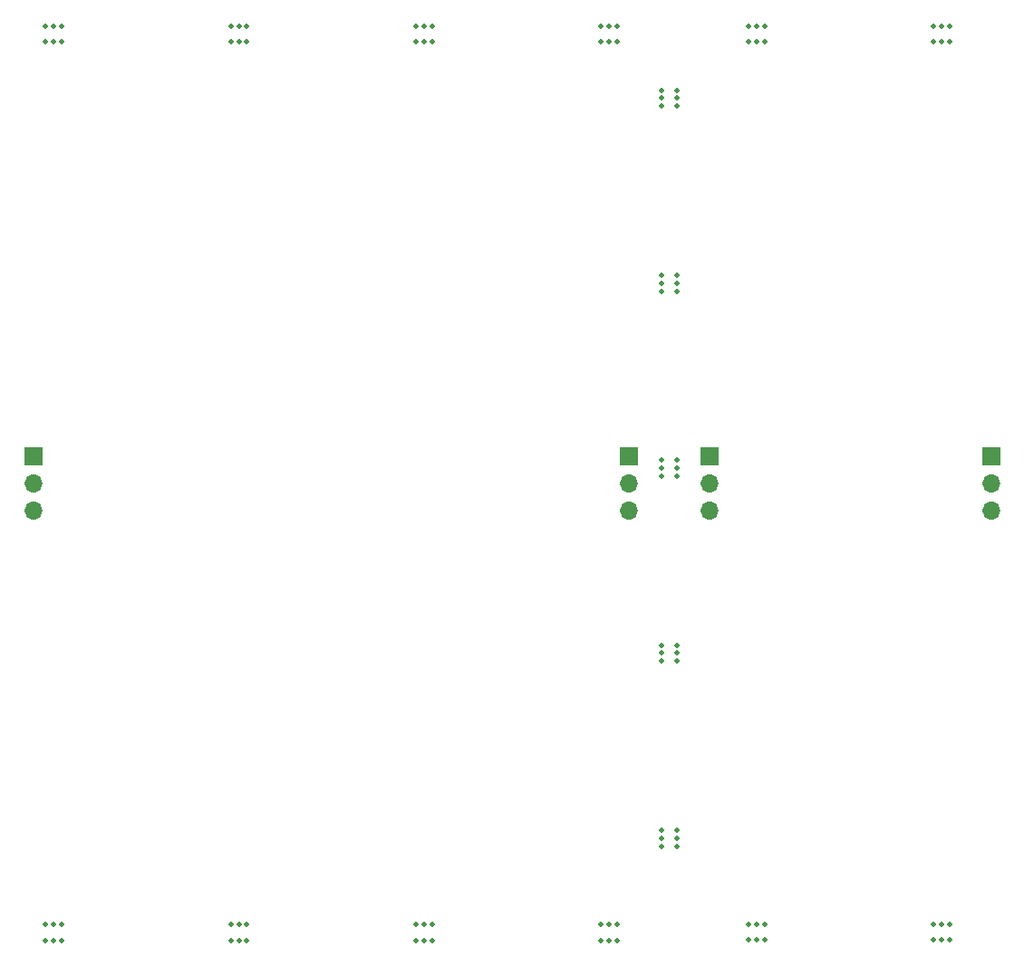
<source format=gbs>
%TF.GenerationSoftware,KiCad,Pcbnew,8.0.5*%
%TF.CreationDate,2025-06-19T13:46:46-07:00*%
%TF.ProjectId,clock,636c6f63-6b2e-46b6-9963-61645f706362,rev?*%
%TF.SameCoordinates,Original*%
%TF.FileFunction,Soldermask,Bot*%
%TF.FilePolarity,Negative*%
%FSLAX46Y46*%
G04 Gerber Fmt 4.6, Leading zero omitted, Abs format (unit mm)*
G04 Created by KiCad (PCBNEW 8.0.5) date 2025-06-19 13:46:46*
%MOMM*%
%LPD*%
G01*
G04 APERTURE LIST*
%ADD10C,0.500000*%
%ADD11R,1.700000X1.700000*%
%ADD12O,1.700000X1.700000*%
G04 APERTURE END LIST*
D10*
%TO.C,mouse-bite-2mm-slot14*%
X221050000Y-193950000D03*
X222550000Y-193950000D03*
X221050000Y-193200000D03*
X222550000Y-193200000D03*
X221050000Y-192450000D03*
X222550000Y-192450000D03*
%TD*%
%TO.C,mouse-bite-2mm-slot9*%
X229200000Y-201240000D03*
X229200000Y-202740000D03*
X229950000Y-201240000D03*
X229950000Y-202740000D03*
X230700000Y-201240000D03*
X230700000Y-202740000D03*
%TD*%
%TO.C,mouse-bite-2mm-slot13*%
X221050000Y-176650000D03*
X222550000Y-176650000D03*
X221050000Y-175900000D03*
X222550000Y-175900000D03*
X221050000Y-175150000D03*
X222550000Y-175150000D03*
%TD*%
%TO.C,mouse-bite-2mm-slot1*%
X180840000Y-117240000D03*
X180840000Y-118740000D03*
X181590000Y-117240000D03*
X181590000Y-118740000D03*
X182340000Y-117240000D03*
X182340000Y-118740000D03*
%TD*%
%TO.C,mouse-bite-2mm-slot3*%
X229200000Y-117250000D03*
X229200000Y-118750000D03*
X229950000Y-117250000D03*
X229950000Y-118750000D03*
X230700000Y-117250000D03*
X230700000Y-118750000D03*
%TD*%
%TO.C,mouse-bite-2mm-slot12*%
X221050000Y-159350000D03*
X222550000Y-159350000D03*
X221050000Y-158600000D03*
X222550000Y-158600000D03*
X221050000Y-157850000D03*
X222550000Y-157850000D03*
%TD*%
%TO.C,mouse-bite-2mm-slot6*%
X198140000Y-201250000D03*
X198140000Y-202750000D03*
X198890000Y-201250000D03*
X198890000Y-202750000D03*
X199640000Y-201250000D03*
X199640000Y-202750000D03*
%TD*%
D11*
%TO.C,J7*%
X251870000Y-157460000D03*
D12*
X251870000Y-160000000D03*
X251870000Y-162540000D03*
%TD*%
D11*
%TO.C,J5*%
X218000000Y-157460000D03*
D12*
X218000000Y-160000000D03*
X218000000Y-162540000D03*
%TD*%
D10*
%TO.C,mouse-bite-2mm-slot8*%
X246500000Y-117250000D03*
X246500000Y-118750000D03*
X247250000Y-117250000D03*
X247250000Y-118750000D03*
X248000000Y-117250000D03*
X248000000Y-118750000D03*
%TD*%
%TO.C,mouse-bite-2mm-slot4*%
X163540000Y-201255000D03*
X163540000Y-202755000D03*
X164290000Y-201255000D03*
X164290000Y-202755000D03*
X165040000Y-201255000D03*
X165040000Y-202755000D03*
%TD*%
%TO.C,mouse-bite-2mm-slot11*%
X221050000Y-142050000D03*
X222550000Y-142050000D03*
X221050000Y-141300000D03*
X222550000Y-141300000D03*
X221050000Y-140550000D03*
X222550000Y-140550000D03*
%TD*%
%TO.C,mouse-bite-2mm-slot10*%
X246500000Y-201240000D03*
X246500000Y-202740000D03*
X247250000Y-201240000D03*
X247250000Y-202740000D03*
X248000000Y-201240000D03*
X248000000Y-202740000D03*
%TD*%
%TO.C,mouse-bite-2mm-slot5*%
X180840000Y-201255000D03*
X180840000Y-202755000D03*
X181590000Y-201255000D03*
X181590000Y-202755000D03*
X182340000Y-201255000D03*
X182340000Y-202755000D03*
%TD*%
%TO.C,mouse-bite-2mm-slot3*%
X215440000Y-117240000D03*
X215440000Y-118740000D03*
X216190000Y-117240000D03*
X216190000Y-118740000D03*
X216940000Y-117240000D03*
X216940000Y-118740000D03*
%TD*%
D11*
%TO.C,J6*%
X225580000Y-157460000D03*
D12*
X225580000Y-160000000D03*
X225580000Y-162540000D03*
%TD*%
D10*
%TO.C,mouse-bite-2mm-slot3*%
X221050000Y-124750000D03*
X222550000Y-124750000D03*
X221050000Y-124000000D03*
X222550000Y-124000000D03*
X221050000Y-123250000D03*
X222550000Y-123250000D03*
%TD*%
%TO.C,mouse-bite-2mm-slot*%
X163540000Y-117240000D03*
X163540000Y-118740000D03*
X164290000Y-117240000D03*
X164290000Y-118740000D03*
X165040000Y-117240000D03*
X165040000Y-118740000D03*
%TD*%
%TO.C,mouse-bite-2mm-slot7*%
X215440000Y-201255000D03*
X215440000Y-202755000D03*
X216190000Y-201255000D03*
X216190000Y-202755000D03*
X216940000Y-201255000D03*
X216940000Y-202755000D03*
%TD*%
%TO.C,mouse-bite-2mm-slot2*%
X198140000Y-117240000D03*
X198140000Y-118740000D03*
X198890000Y-117240000D03*
X198890000Y-118740000D03*
X199640000Y-117240000D03*
X199640000Y-118740000D03*
%TD*%
D11*
%TO.C,J1*%
X162400000Y-157460000D03*
D12*
X162400000Y-160000000D03*
X162400000Y-162540000D03*
%TD*%
M02*

</source>
